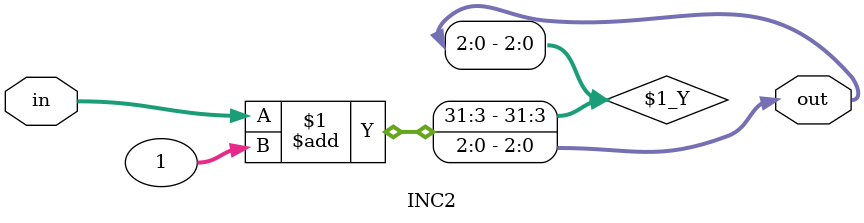
<source format=v>
module INC2 #(parameter SIZE = 2) (input [SIZE-1:0] in, output [SIZE:0] out);
assign out = in + 1;
endmodule
</source>
